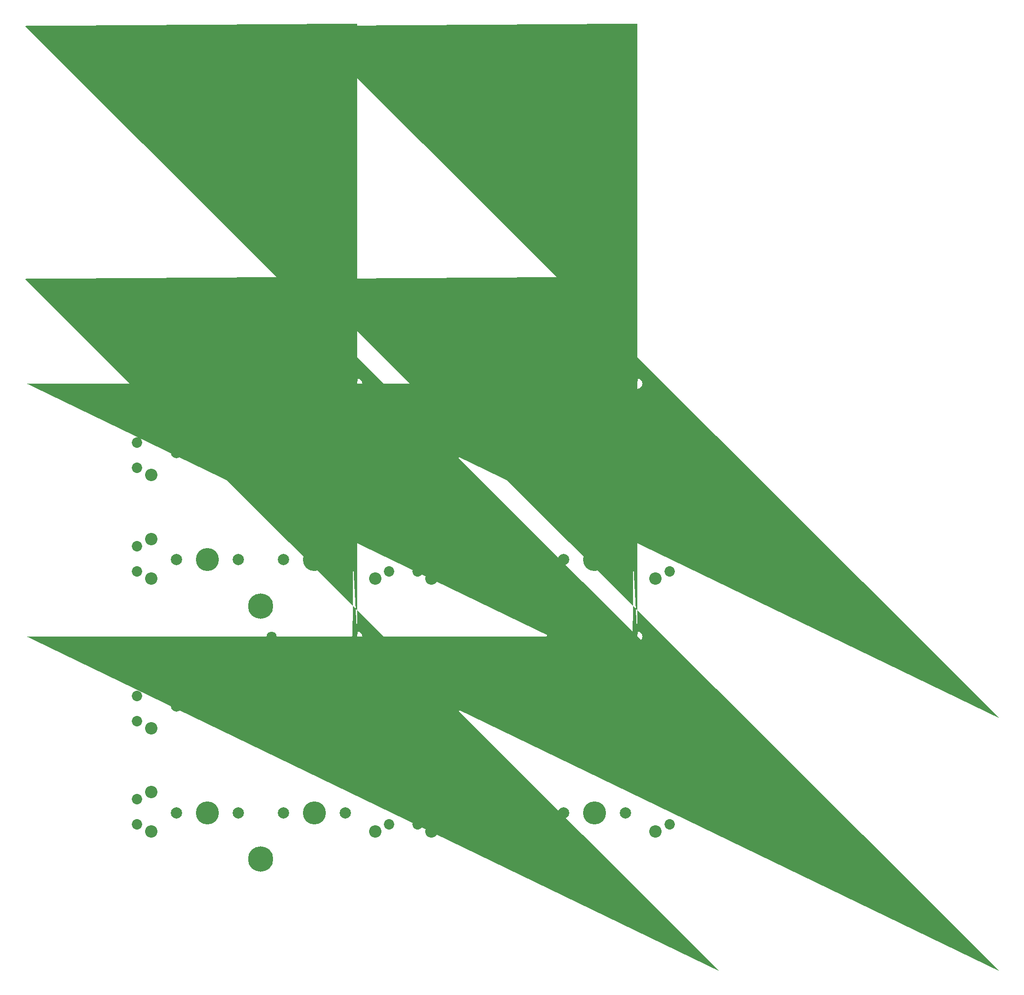
<source format=gts>
%TF.GenerationSoftware,KiCad,Pcbnew,6.0.2+dfsg-1*%
%TF.CreationDate,2023-03-24T00:01:14+09:00*%
%TF.ProjectId,pcb-panel,7063622d-7061-46e6-956c-2e6b69636164,rev?*%
%TF.SameCoordinates,Original*%
%TF.FileFunction,Soldermask,Top*%
%TF.FilePolarity,Negative*%
%FSLAX46Y46*%
G04 Gerber Fmt 4.6, Leading zero omitted, Abs format (unit mm)*
G04 Created by KiCad (PCBNEW 6.0.2+dfsg-1) date 2023-03-24 00:01:14*
%MOMM*%
%LPD*%
G01*
G04 APERTURE LIST*
G04 Aperture macros list*
%AMFreePoly0*
4,1,61,0.099453,0.895229,0.273268,0.858283,0.283407,0.854989,0.445743,0.782713,0.454977,0.777382,0.598738,0.672933,0.606661,0.665799,0.725564,0.533743,0.731831,0.525117,0.820681,0.371226,0.825018,0.361486,0.879929,0.192485,0.882146,0.182056,0.900721,0.005331,0.900721,-0.005331,0.882146,-0.182056,0.879929,-0.192485,0.825018,-0.361486,0.820681,-0.371226,0.731831,-0.525117,
0.725564,-0.533743,0.606661,-0.665799,0.598738,-0.672933,0.454977,-0.777382,0.445743,-0.782713,0.283407,-0.854989,0.273268,-0.858283,0.099453,-0.895229,0.088849,-0.896344,-0.088849,-0.896344,-0.099453,-0.895229,-0.273268,-0.858283,-0.283407,-0.854989,-0.445743,-0.782713,-0.454977,-0.777382,-0.598738,-0.672933,-0.606661,-0.665799,-0.725564,-0.533743,-0.731831,-0.525117,-0.820681,-0.371226,
-0.825018,-0.361486,-0.879929,-0.192485,-0.882146,-0.182056,-0.900721,-0.005331,-0.900721,0.005331,-0.882146,0.182056,-0.879929,0.192485,-0.825018,0.361486,-0.820681,0.371226,-0.731831,0.525117,-0.725564,0.533743,-0.606661,0.665799,-0.598738,0.672933,-0.454977,0.777382,-0.445743,0.782713,-0.283407,0.854989,-0.273268,0.858283,-0.099453,0.895229,-0.088849,0.896344,0.088849,0.896344,
0.099453,0.895229,0.099453,0.895229,$1*%
G04 Aperture macros list end*
%ADD10C,0.802000*%
%ADD11C,4.502000*%
%ADD12C,4.102000*%
%ADD13C,2.002000*%
%ADD14C,2.202000*%
%ADD15C,1.852000*%
%ADD16FreePoly0,180.000000*%
%ADD17C,1.802000*%
G04 APERTURE END LIST*
D10*
X64111274Y-59205726D03*
X66928000Y-58039000D03*
X64111274Y-56872274D03*
X63628000Y-58039000D03*
X66444726Y-56872274D03*
D11*
X65278000Y-58039000D03*
D10*
X65278000Y-59689000D03*
X65278000Y-56389000D03*
X66444726Y-59205726D03*
D11*
X86995000Y-92710000D03*
D10*
X88645000Y-92710000D03*
X88161726Y-93876726D03*
X88161726Y-91543274D03*
X85828274Y-93876726D03*
X85345000Y-92710000D03*
X86995000Y-91060000D03*
X85828274Y-91543274D03*
X86995000Y-94360000D03*
X108307274Y-59205726D03*
X111124000Y-58039000D03*
X109474000Y-56389000D03*
X107824000Y-58039000D03*
X110640726Y-59205726D03*
X110640726Y-56872274D03*
X108307274Y-56872274D03*
D11*
X109474000Y-58039000D03*
D10*
X109474000Y-59689000D03*
D12*
X77470000Y-65405000D03*
D13*
X82970000Y-65405000D03*
X71970000Y-65405000D03*
X91020000Y-65405000D03*
D12*
X96520000Y-65405000D03*
D13*
X102020000Y-65405000D03*
X71970000Y-84455000D03*
D12*
X77470000Y-84455000D03*
D13*
X82970000Y-84455000D03*
X102020000Y-84455000D03*
D12*
X96520000Y-84455000D03*
D13*
X91020000Y-84455000D03*
D12*
X146431000Y-129540000D03*
D13*
X140931000Y-129540000D03*
X151931000Y-129540000D03*
X102020000Y-110490000D03*
D12*
X96520000Y-110490000D03*
D13*
X91020000Y-110490000D03*
D10*
X116839000Y-58039000D03*
D11*
X115189000Y-58039000D03*
D10*
X113539000Y-58039000D03*
X116355726Y-59205726D03*
X115189000Y-56389000D03*
X114022274Y-59205726D03*
X114022274Y-56872274D03*
X116355726Y-56872274D03*
X115189000Y-59689000D03*
D13*
X132881000Y-110490000D03*
D12*
X127381000Y-110490000D03*
D13*
X121881000Y-110490000D03*
X132881000Y-65405000D03*
X121881000Y-65405000D03*
D12*
X127381000Y-65405000D03*
D10*
X64111274Y-104290726D03*
X65278000Y-101474000D03*
X63628000Y-103124000D03*
X65278000Y-104774000D03*
X66928000Y-103124000D03*
X64111274Y-101957274D03*
X66444726Y-101957274D03*
D11*
X65278000Y-103124000D03*
D10*
X66444726Y-104290726D03*
D12*
X146431000Y-84455000D03*
D13*
X140931000Y-84455000D03*
X151931000Y-84455000D03*
X140931000Y-65405000D03*
X151931000Y-65405000D03*
D12*
X146431000Y-65405000D03*
D13*
X132881000Y-129540000D03*
X121881000Y-129540000D03*
D12*
X127381000Y-129540000D03*
D13*
X121881000Y-84455000D03*
D12*
X127381000Y-84455000D03*
D13*
X132881000Y-84455000D03*
X102020000Y-129540000D03*
D12*
X96520000Y-129540000D03*
D13*
X91020000Y-129540000D03*
X151931000Y-110490000D03*
D12*
X146431000Y-110490000D03*
D13*
X140931000Y-110490000D03*
X82970000Y-129540000D03*
D12*
X77470000Y-129540000D03*
D13*
X71970000Y-129540000D03*
D10*
X157735000Y-58039000D03*
X159385000Y-56389000D03*
X160551726Y-56872274D03*
X159385000Y-59689000D03*
X158218274Y-59205726D03*
D11*
X159385000Y-58039000D03*
D10*
X158218274Y-56872274D03*
X160551726Y-59205726D03*
X161035000Y-58039000D03*
X86995000Y-136145000D03*
D11*
X86995000Y-137795000D03*
D10*
X88161726Y-136628274D03*
X85828274Y-138961726D03*
X88161726Y-138961726D03*
X86995000Y-139445000D03*
X85828274Y-136628274D03*
X85345000Y-137795000D03*
X88645000Y-137795000D03*
X108307274Y-101957274D03*
X110640726Y-101957274D03*
X109474000Y-104774000D03*
X109474000Y-101474000D03*
D11*
X109474000Y-103124000D03*
D10*
X111124000Y-103124000D03*
X110640726Y-104290726D03*
X107824000Y-103124000D03*
X108307274Y-104290726D03*
X159385000Y-101474000D03*
X160551726Y-104290726D03*
X161035000Y-103124000D03*
X158218274Y-101957274D03*
X159385000Y-104774000D03*
X157735000Y-103124000D03*
D11*
X159385000Y-103124000D03*
D10*
X160551726Y-101957274D03*
X158218274Y-104290726D03*
X114022274Y-104290726D03*
X116839000Y-103124000D03*
X114022274Y-101957274D03*
X116355726Y-104290726D03*
D11*
X115189000Y-103124000D03*
D10*
X115189000Y-101474000D03*
X115189000Y-104774000D03*
X113539000Y-103124000D03*
X116355726Y-101957274D03*
D13*
X71970000Y-110490000D03*
D12*
X77470000Y-110490000D03*
D13*
X82970000Y-110490000D03*
D10*
X136906000Y-136145000D03*
X138556000Y-137795000D03*
D11*
X136906000Y-137795000D03*
D10*
X138072726Y-138961726D03*
X138072726Y-136628274D03*
X135256000Y-137795000D03*
X135739274Y-138961726D03*
X135739274Y-136628274D03*
X136906000Y-139445000D03*
X135739274Y-91543274D03*
X136906000Y-94360000D03*
X138072726Y-93876726D03*
X138556000Y-92710000D03*
X135739274Y-93876726D03*
D11*
X136906000Y-92710000D03*
D10*
X138072726Y-91543274D03*
X136906000Y-91060000D03*
X135256000Y-92710000D03*
D14*
X67480500Y-69387000D03*
X67480500Y-62377000D03*
D15*
X64990500Y-63627000D03*
X64990500Y-68127000D03*
D14*
X107365000Y-69377000D03*
X107365000Y-62367000D03*
D15*
X109855000Y-68127000D03*
X109855000Y-63627000D03*
D14*
X67480500Y-87813000D03*
X67480500Y-80803000D03*
D15*
X64990500Y-82053000D03*
X64990500Y-86553000D03*
D14*
X107365000Y-87792000D03*
X107365000Y-80782000D03*
D15*
X109855000Y-86542000D03*
X109855000Y-82042000D03*
D14*
X107365000Y-132877000D03*
X107365000Y-125867000D03*
D15*
X109855000Y-131627000D03*
X109855000Y-127127000D03*
D14*
X157276000Y-80782000D03*
X157276000Y-87792000D03*
D15*
X159766000Y-86542000D03*
X159766000Y-82042000D03*
D14*
X157276000Y-107452000D03*
X157276000Y-114462000D03*
D15*
X159766000Y-113212000D03*
X159766000Y-108712000D03*
D14*
X157276000Y-69377000D03*
X157276000Y-62367000D03*
D15*
X159766000Y-68127000D03*
X159766000Y-63627000D03*
D14*
X117391500Y-125888000D03*
X117391500Y-132898000D03*
D15*
X114901500Y-127138000D03*
X114901500Y-131638000D03*
D14*
X117391500Y-114472000D03*
X117391500Y-107462000D03*
D15*
X114901500Y-108712000D03*
X114901500Y-113212000D03*
D16*
X154051000Y-53086000D03*
D17*
X154051000Y-55626000D03*
X154051000Y-58166000D03*
X154051000Y-60706000D03*
X154051000Y-63246000D03*
X154051000Y-65786000D03*
X154051000Y-68326000D03*
X138811000Y-68326000D03*
X138811000Y-65786000D03*
X138811000Y-63246000D03*
X138811000Y-60706000D03*
X138811000Y-58166000D03*
X138811000Y-55626000D03*
X138811000Y-53086000D03*
D14*
X107365000Y-107452000D03*
X107365000Y-114462000D03*
D15*
X109855000Y-113212000D03*
X109855000Y-108712000D03*
D16*
X104140000Y-98171000D03*
D17*
X104140000Y-100711000D03*
X104140000Y-103251000D03*
X104140000Y-105791000D03*
X104140000Y-108331000D03*
X104140000Y-110871000D03*
X104140000Y-113411000D03*
X88900000Y-113411000D03*
X88900000Y-110871000D03*
X88900000Y-108331000D03*
X88900000Y-105791000D03*
X88900000Y-103251000D03*
X88900000Y-100711000D03*
X88900000Y-98171000D03*
D14*
X157276000Y-132877000D03*
X157276000Y-125867000D03*
D15*
X159766000Y-131627000D03*
X159766000Y-127127000D03*
D14*
X67480500Y-114472000D03*
X67480500Y-107462000D03*
D15*
X64990500Y-108712000D03*
X64990500Y-113212000D03*
D16*
X104140000Y-53086000D03*
D17*
X104140000Y-55626000D03*
X104140000Y-58166000D03*
X104140000Y-60706000D03*
X104140000Y-63246000D03*
X104140000Y-65786000D03*
X104140000Y-68326000D03*
X88900000Y-68326000D03*
X88900000Y-65786000D03*
X88900000Y-63246000D03*
X88900000Y-60706000D03*
X88900000Y-58166000D03*
X88900000Y-55626000D03*
X88900000Y-53086000D03*
D14*
X117391500Y-80803000D03*
X117391500Y-87813000D03*
D15*
X114901500Y-82053000D03*
X114901500Y-86553000D03*
D14*
X67480500Y-125888000D03*
X67480500Y-132898000D03*
D15*
X64990500Y-127138000D03*
X64990500Y-131638000D03*
D14*
X117391500Y-62377000D03*
X117391500Y-69387000D03*
D15*
X114901500Y-63627000D03*
X114901500Y-68127000D03*
D16*
X154051000Y-98171000D03*
D17*
X154051000Y-100711000D03*
X154051000Y-103251000D03*
X154051000Y-105791000D03*
X154051000Y-108331000D03*
X154051000Y-110871000D03*
X154051000Y-113411000D03*
X138811000Y-113411000D03*
X138811000Y-110871000D03*
X138811000Y-108331000D03*
X138811000Y-105791000D03*
X138811000Y-103251000D03*
X138811000Y-100711000D03*
X138811000Y-98171000D03*
M02*

</source>
